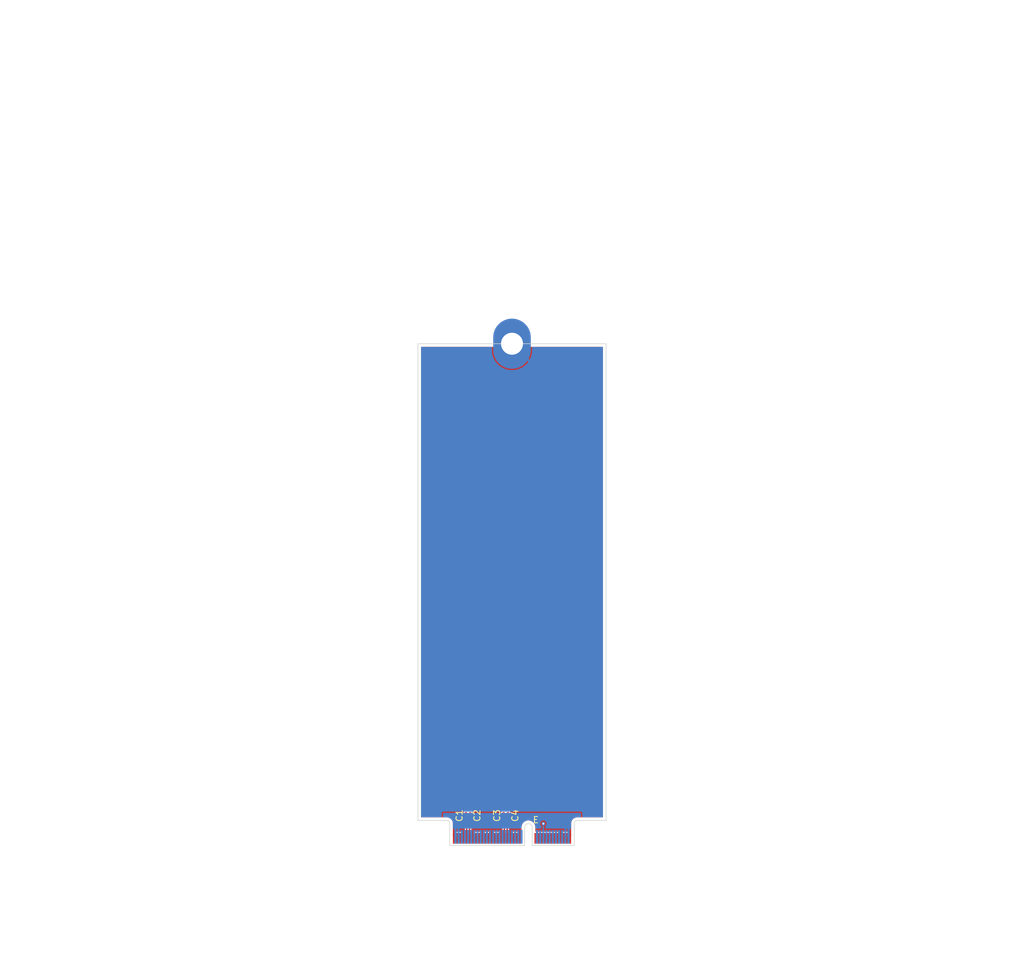
<source format=kicad_pcb>
(kicad_pcb (version 20241229) (generator "pcbnew") (generator_version "9.0")
  (layers (0 "F.Cu" signal) (2 "B.Cu" signal) (13 "F.Paste" user) (15 "B.Paste" user) (5 "F.SilkS" user "F.Silkscreen") (7 "B.SilkS" user "B.Silkscreen") (1 "F.Mask" user) (3 "B.Mask" user) (25 "Edge.Cuts" user))
  (net 0 "")
  (net 1 "/M.2 E Key/PET1P")
  (net 2 "/M.2 E Key/PET1N")
  (net 3 "/M.2 E Key/PET0P")
  (net 4 "/M.2 E Key/PET0N")
  (net 5 "GND")
  (net 6 "+3.3V")
  (net 7 "/USB_D+")
  (net 8 "/USB_D-")
  (net 9 "/LED#1")
  (net 10 "/I2S_SCK")
  (net 11 "/SDIO_CLK")
  (net 12 "/I2S_WS")
  (net 13 "/SDIO_CMD")
  (net 14 "/I2S_SD_OUT")
  (net 15 "/SDIO_DATA0")
  (net 16 "/I2S_SD_IN")
  (net 17 "/SDIO_DATA3")
  (net 18 "/LED#2")
  (net 19 "/SDIO_DATA2")
  (net 20 "/SDIO_DATA1")
  (net 21 "/UART_WAKE#")
  (net 22 "/SDIO__WAKE#")
  (net 23 "/UART_TXD")
  (net 24 "/SDIO_RESET#")
  (net 25 "/UART_RXD")
  (net 26 "/UARD_RTS")
  (net 27 "/PER0-")
  (net 28 "/UART_CTS")
  (net 29 "/PER0+")
  (net 35 "/REFCLK0+")
  (net 37 "/REFCLK0-")
  (net 38 "/SUSCLK")
  (net 39 "/PERST0#")
  (net 40 "/CLKREQ0#")
  (net 41 "/W_DISABLE2#")
  (net 42 "/PEWAKE#")
  (net 43 "/W_DISABLE1#")
  (net 44 "/I2C_DATA")
  (net 45 "/PER1+")
  (net 46 "/I2C_CLK")
  (net 47 "/PER1-")
  (net 48 "/ALERT#")
  (net 50 "/PERST1#")
  (net 51 "/CLKREQ1#")
  (net 52 "/PEWAKE1#")
  (net 53 "/REFCLK1+")
  (net 54 "/REFCLK1-")
  (net 55 "/PET0-")
  (net 56 "/PET1+")
  (net 57 "/PET0+")
  (net 58 "/PET1-")
  (footprint "Capacitor_SMD:C_0201_0603Metric" (layer "F.Cu") (at 100.61 154.01 90)
    (property "Reference" "C2" (at 0 1.09 90) (layer "F.SilkS"))
    (property "Value" "220nF")
    (pad "1" smd roundrect (at -0.32 0 90) (size 0.46 0.4) (layers "F.Cu" "F.Mask") (net 1 "/M.2 E Key/PET1P"))
    (pad "2" smd roundrect (at 0.32 0 90) (size 0.46 0.4) (layers "F.Cu" "F.Mask") (net 56 "/PET1+"))
  )
  (footprint "Athena KiCAd library:M.2 Mounting Pad" (layer "F.Cu") (at 107.26 78.78)
    (property "Reference" "H1")
    (property "Value" "MountingHole_Pad")
    (pad "1" thru_hole circle (at 0 0) (size 5.5 5.5) (drill 3.5) (property pad_prop_castellated) (layers "*.Cu" "*.Mask") (net 5 "GND") (padstack (mode front_inner_back) (layer "Inner" (shape circle) (size 5.5 5.5)) (layer "B.Cu" (shape oval) (size 6 8))))
  )
  (footprint "Capacitor_SMD:C_0201_0603Metric" (layer "F.Cu") (at 105.91 154.01 90)
    (property "Reference" "C3" (at 0 -1.05 90) (layer "F.SilkS"))
    (property "Value" "220nF")
    (pad "1" smd roundrect (at -0.32 0 90) (size 0.46 0.4) (layers "F.Cu" "F.Mask") (net 4 "/M.2 E Key/PET0N"))
    (pad "2" smd roundrect (at 0.32 0 90) (size 0.46 0.4) (layers "F.Cu" "F.Mask") (net 55 "/PET0-"))
  )
  (footprint "PCIexpress:M.2 E Key Connector" (layer "F.Cu") (at 107.26 157.67)
    (property "Reference" "J1")
    (property "Value" "~")
    (fp_line (start -11 -2.89) (end -10.425 -2.89) (stroke (width 0.1)) (layer "Edge.Cuts"))
    (fp_line (start -9.925 -2.39) (end -9.925 1.11) (stroke (width 0.1)) (layer "Edge.Cuts"))
    (fp_line (start 2.02 -1.79) (end 2.02 1.11) (stroke (width 0.1)) (layer "Edge.Cuts"))
    (fp_line (start 2.02 1.11) (end -9.925 1.11) (stroke (width 0.1)) (layer "Edge.Cuts"))
    (fp_line (start 3.22 -1.79) (end 3.22 1.11) (stroke (width 0.1)) (layer "Edge.Cuts"))
    (fp_line (start 3.22 1.11) (end 9.925 1.11) (stroke (width 0.1)) (layer "Edge.Cuts"))
    (fp_line (start 9.925 -2.39) (end 9.925 1.11) (stroke (width 0.1)) (layer "Edge.Cuts"))
    (fp_line (start 10.425 -2.89) (end 11 -2.89) (stroke (width 0.1)) (layer "Edge.Cuts"))
    (fp_arc (start -10.425 -2.89) (mid -10.071447 -2.743553) (end -9.925 -2.39) (stroke (width 0.1)) (layer "Edge.Cuts"))
    (fp_arc (start 2.02 -1.79) (mid 2.62 -2.39) (end 3.22 -1.79) (stroke (width 0.1)) (layer "Edge.Cuts"))
    (fp_arc (start 9.925 -2.39) (mid 10.071447 -2.743553) (end 10.425 -2.89) (stroke (width 0.1)) (layer "Edge.Cuts"))
    (fp_text user "E" (at 3.245 -2.395 0) (layer "F.SilkS") (effects (justify left bottom)))
    (pad "1" smd rect (at 9.25 -0.04 180) (size 0.35 1.7) (layers "F.Cu") (net 5 "GND"))
    (pad "2" smd rect (at 9 -0.29 180) (size 0.35 2.2) (layers "B.Cu") (net 6 "+3.3V"))
    (pad "3" smd rect (at 8.75 -0.04 180) (size 0.35 1.7) (layers "F.Cu") (net 7 "/USB_D+"))
    (pad "4" smd rect (at 8.5 -0.29 180) (size 0.35 2.2) (layers "B.Cu") (net 6 "+3.3V"))
    (pad "5" smd rect (at 8.25 -0.04 180) (size 0.35 1.7) (layers "F.Cu") (net 8 "/USB_D-"))
    (pad "6" smd rect (at 8 -0.29 180) (size 0.35 2.2) (layers "B.Cu") (net 9 "/LED#1"))
    (pad "7" smd rect (at 7.75 -0.04 180) (size 0.35 1.7) (layers "F.Cu") (net 5 "GND"))
    (pad "8" smd rect (at 7.5 -0.29 180) (size 0.35 2.2) (layers "B.Cu") (net 10 "/I2S_SCK"))
    (pad "9" smd rect (at 7.25 -0.04 180) (size 0.35 1.7) (layers "F.Cu") (net 11 "/SDIO_CLK"))
    (pad "10" smd rect (at 7 -0.29 180) (size 0.35 2.2) (layers "B.Cu") (net 12 "/I2S_WS"))
    (pad "11" smd rect (at 6.75 -0.04 180) (size 0.35 1.7) (layers "F.Cu") (net 13 "/SDIO_CMD"))
    (pad "12" smd rect (at 6.5 -0.29 180) (size 0.35 2.2) (layers "B.Cu") (net 14 "/I2S_SD_OUT"))
    (pad "13" smd rect (at 6.25 -0.04 180) (size 0.35 1.7) (layers "F.Cu") (net 15 "/SDIO_DATA0"))
    (pad "14" smd rect (at 6 -0.29 180) (size 0.35 2.2) (layers "B.Cu") (net 16 "/I2S_SD_IN"))
    (pad "15" smd rect (at 5.75 -0.04 180) (size 0.35 1.7) (layers "F.Cu") (net 17 "/SDIO_DATA3"))
    (pad "16" smd rect (at 5.5 -0.29 180) (size 0.35 2.2) (layers "B.Cu") (net 18 "/LED#2"))
    (pad "17" smd rect (at 5.25 -0.04 180) (size 0.35 1.7) (layers "F.Cu") (net 19 "/SDIO_DATA2"))
    (pad "18" smd rect (at 5 -0.29 180) (size 0.35 2.2) (layers "B.Cu") (net 5 "GND"))
    (pad "19" smd rect (at 4.75 -0.04 180) (size 0.35 1.7) (layers "F.Cu") (net 20 "/SDIO_DATA1"))
    (pad "20" smd rect (at 4.5 -0.29 180) (size 0.35 2.2) (layers "B.Cu") (net 21 "/UART_WAKE#"))
    (pad "21" smd rect (at 4.25 -0.04 180) (size 0.35 1.7) (layers "F.Cu") (net 22 "/SDIO__WAKE#"))
    (pad "22" smd rect (at 4 -0.29 180) (size 0.35 2.2) (layers "B.Cu") (net 23 "/UART_TXD"))
    (pad "23" smd rect (at 3.75 -0.04 180) (size 0.35 1.7) (layers "F.Cu") (net 24 "/SDIO_RESET#"))
    (pad "32" smd rect (at 1.5 -0.29 180) (size 0.35 2.2) (layers "B.Cu") (net 25 "/UART_RXD"))
    (pad "33" smd rect (at 1.25 -0.04 180) (size 0.35 1.7) (layers "F.Cu") (net 5 "GND"))
    (pad "34" smd rect (at 1 -0.29 180) (size 0.35 2.2) (layers "B.Cu") (net 26 "/UARD_RTS"))
    (pad "35" smd rect (at 0.75 -0.04 180) (size 0.35 1.7) (layers "F.Cu") (net 27 "/PER0-"))
    (pad "36" smd rect (at 0.5 -0.29 180) (size 0.35 2.2) (layers "B.Cu") (net 28 "/UART_CTS"))
    (pad "37" smd rect (at 0.25 -0.04 180) (size 0.35 1.7) (layers "F.Cu") (net 29 "/PER0+"))
    (pad "38" smd rect (at 0 -0.29 180) (size 0.35 2.2) (layers "B.Cu"))
    (pad "39" smd rect (at -0.25 -0.04 180) (size 0.35 1.7) (layers "F.Cu") (net 5 "GND"))
    (pad "40" smd rect (at -0.5 -0.29 180) (size 0.35 2.2) (layers "B.Cu"))
    (pad "41" smd rect (at -0.75 -0.04 180) (size 0.35 1.7) (layers "F.Cu") (net 3 "/M.2 E Key/PET0P"))
    (pad "42" smd rect (at -1 -0.29 180) (size 0.35 2.2) (layers "B.Cu"))
    (pad "43" smd rect (at -1.25 -0.04 180) (size 0.35 1.7) (layers "F.Cu") (net 4 "/M.2 E Key/PET0N"))
    (pad "44" smd rect (at -1.5 -0.29 180) (size 0.35 2.2) (layers "B.Cu"))
    (pad "45" smd rect (at -1.75 -0.04 180) (size 0.35 1.7) (layers "F.Cu") (net 5 "GND"))
    (pad "46" smd rect (at -2 -0.29 180) (size 0.35 2.2) (layers "B.Cu"))
    (pad "47" smd rect (at -2.25 -0.04 180) (size 0.35 1.7) (layers "F.Cu") (net 35 "/REFCLK0+"))
    (pad "48" smd rect (at -2.5 -0.29 180) (size 0.35 2.2) (layers "B.Cu"))
    (pad "49" smd rect (at -2.75 -0.04 180) (size 0.35 1.7) (layers "F.Cu") (net 37 "/REFCLK0-"))
    (pad "50" smd rect (at -3 -0.29 180) (size 0.35 2.2) (layers "B.Cu") (net 38 "/SUSCLK"))
    (pad "51" smd rect (at -3.25 -0.04 180) (size 0.35 1.7) (layers "F.Cu") (net 5 "GND"))
    (pad "52" smd rect (at -3.5 -0.29 180) (size 0.35 2.2) (layers "B.Cu") (net 39 "/PERST0#"))
    (pad "53" smd rect (at -3.75 -0.04 180) (size 0.35 1.7) (layers "F.Cu") (net 40 "/CLKREQ0#"))
    (pad "54" smd rect (at -4 -0.29 180) (size 0.35 2.2) (layers "B.Cu") (net 41 "/W_DISABLE2#"))
    (pad "55" smd rect (at -4.25 -0.04 180) (size 0.35 1.7) (layers "F.Cu") (net 42 "/PEWAKE#"))
    (pad "56" smd rect (at -4.5 -0.29 180) (size 0.35 2.2) (layers "B.Cu") (net 43 "/W_DISABLE1#"))
    (pad "57" smd rect (at -4.75 -0.04 180) (size 0.35 1.7) (layers "F.Cu") (net 5 "GND"))
    (pad "58" smd rect (at -5 -0.29 180) (size 0.35 2.2) (layers "B.Cu") (net 44 "/I2C_DATA"))
    (pad "59" smd rect (at -5.25 -0.04 180) (size 0.35 1.7) (layers "F.Cu") (net 45 "/PER1+"))
    (pad "60" smd rect (at -5.5 -0.29 180) (size 0.35 2.2) (layers "B.Cu") (net 46 "/I2C_CLK"))
    (pad "61" smd rect (at -5.75 -0.04 180) (size 0.35 1.7) (layers "F.Cu") (net 47 "/PER1-"))
    (pad "62" smd rect (at -6 -0.29 180) (size 0.35 2.2) (layers "B.Cu") (net 48 "/ALERT#"))
    (pad "63" smd rect (at -6.25 -0.04 180) (size 0.35 1.7) (layers "F.Cu") (net 5 "GND"))
    (pad "64" smd rect (at -6.5 -0.29 180) (size 0.35 2.2) (layers "B.Cu"))
    (pad "65" smd rect (at -6.75 -0.04 180) (size 0.35 1.7) (layers "F.Cu") (net 1 "/M.2 E Key/PET1P"))
    (pad "66" smd rect (at -7 -0.29 180) (size 0.35 2.2) (layers "B.Cu") (net 50 "/PERST1#"))
    (pad "67" smd rect (at -7.25 -0.04 180) (size 0.35 1.7) (layers "F.Cu") (net 2 "/M.2 E Key/PET1N"))
    (pad "68" smd rect (at -7.5 -0.29 180) (size 0.35 2.2) (layers "B.Cu") (net 51 "/CLKREQ1#"))
    (pad "69" smd rect (at -7.75 -0.04 180) (size 0.35 1.7) (layers "F.Cu") (net 5 "GND"))
    (pad "70" smd rect (at -8 -0.29 180) (size 0.35 2.2) (layers "B.Cu") (net 52 "/PEWAKE1#"))
    (pad "71" smd rect (at -8.25 -0.04 180) (size 0.35 1.7) (layers "F.Cu") (net 53 "/REFCLK1+"))
    (pad "72" smd rect (at -8.5 -0.29 180) (size 0.35 2.2) (layers "B.Cu") (net 6 "+3.3V"))
    (pad "73" smd rect (at -8.75 -0.04 180) (size 0.35 1.7) (layers "F.Cu") (net 54 "/REFCLK1-"))
    (pad "74" smd rect (at -9 -0.29 180) (size 0.35 2.2) (layers "B.Cu") (net 6 "+3.3V"))
    (pad "75" smd rect (at -9.25 -0.04 180) (size 0.35 1.7) (layers "F.Cu") (net 5 "GND"))
  )
  (footprint "Capacitor_SMD:C_0201_0603Metric" (layer "F.Cu") (at 106.61 154.01 90)
    (property "Reference" "C4" (at 0 1.14 90) (layer "F.SilkS"))
    (property "Value" "220nF")
    (pad "1" smd roundrect (at -0.32 0 90) (size 0.46 0.4) (layers "F.Cu" "F.Mask") (net 3 "/M.2 E Key/PET0P"))
    (pad "2" smd roundrect (at 0.32 0 90) (size 0.46 0.4) (layers "F.Cu" "F.Mask") (net 57 "/PET0+"))
  )
  (footprint "Capacitor_SMD:C_0201_0603Metric" (layer "F.Cu") (at 99.91 154.01 90)
    (property "Reference" "C1" (at 0 -1.05 90) (layer "F.SilkS"))
    (property "Value" "220nF")
    (pad "1" smd roundrect (at -0.32 0 90) (size 0.46 0.4) (layers "F.Cu" "F.Mask") (net 2 "/M.2 E Key/PET1N"))
    (pad "2" smd roundrect (at 0.32 0 90) (size 0.46 0.4) (layers "F.Cu" "F.Mask") (net 58 "/PET1-"))
  )
  (gr_line (start 96.26 154.78) (end 92.26 154.78) (stroke (width 0.1)) (layer "Edge.Cuts"))
  (gr_line (start 122.26 154.78) (end 122.26 78.78) (stroke (width 0.1)) (layer "Edge.Cuts"))
  (gr_line (start 118.26 154.78) (end 122.26 154.78) (stroke (width 0.1)) (layer "Edge.Cuts"))
  (gr_line (start 122.26 78.78) (end 92.26 78.78) (stroke (width 0.1)) (layer "Edge.Cuts"))
  (gr_line (start 92.26 78.78) (end 92.26 154.78) (stroke (width 0.1)) (layer "Edge.Cuts"))
  (segment (start 100.485 156.329999) (end 100.485 154.800001) (width 0.2) (layer "F.Cu") (net 1))
  (segment (start 100.61 154.675001) (end 100.61 154.33) (width 0.2) (layer "F.Cu") (net 1))
  (segment (start 100.51 157.63) (end 100.51 156.354999) (width 0.2) (layer "F.Cu") (net 1))
  (segment (start 100.485 154.800001) (end 100.61 154.675001) (width 0.2) (layer "F.Cu") (net 1))
  (segment (start 100.51 156.354999) (end 100.485 156.329999) (width 0.2) (layer "F.Cu") (net 1))
  (segment (start 99.91 154.675001) (end 99.91 154.33) (width 0.2) (layer "F.Cu") (net 2))
  (segment (start 100.01 156.354999) (end 100.035 156.329999) (width 0.2) (layer "F.Cu") (net 2))
  (segment (start 100.035 154.800001) (end 99.91 154.675001) (width 0.2) (layer "F.Cu") (net 2))
  (segment (start 100.035 156.329999) (end 100.035 154.800001) (width 0.2) (layer "F.Cu") (net 2))
  (segment (start 100.01 157.63) (end 100.01 156.354999) (width 0.2) (layer "F.Cu") (net 2))
  (segment (start 106.485 156.329999) (end 106.485 154.800001) (width 0.2) (layer "F.Cu") (net 3))
  (segment (start 106.61 154.675001) (end 106.61 154.33) (width 0.2) (layer "F.Cu") (net 3))
  (segment (start 106.51 156.354999) (end 106.485 156.329999) (width 0.2) (layer "F.Cu") (net 3))
  (segment (start 106.485 154.800001) (end 106.61 154.675001) (width 0.2) (layer "F.Cu") (net 3))
  (segment (start 106.51 157.63) (end 106.51 156.354999) (width 0.2) (layer "F.Cu") (net 3))
  (segment (start 106.01 157.63) (end 106.01 156.354999) (width 0.2) (layer "F.Cu") (net 4))
  (segment (start 106.035 154.800001) (end 105.91 154.675001) (width 0.2) (layer "F.Cu") (net 4))
  (segment (start 106.035 156.329999) (end 106.035 154.800001) (width 0.2) (layer "F.Cu") (net 4))
  (segment (start 105.91 154.675001) (end 105.91 154.33) (width 0.2) (layer "F.Cu") (net 4))
  (segment (start 106.01 156.354999) (end 106.035 156.329999) (width 0.2) (layer "F.Cu") (net 4))
  (via (at 112.26 155.29) (size 0.6) (drill 0.3) (layers "F.Cu" "B.Cu") (net 5))
  (segment (start 112.26 155.29) (end 112.26 157.38) (width 0.2) (layer "B.Cu") (net 5))
  (zone (net 5) (net_name "GND") (layers "F.Cu" "B.Cu") (connect_pads (clearance 0.2)) (min_thickness 0.15) (fill yes (thermal_gap 0.2) (thermal_bridge_width 0.35))
    (polygon (pts (xy 92.26 157.31) (xy 92.26 48.78) (xy 122.26 48.78) (xy 122.26 157.31)))
  )
  (zone (net 6) (net_name "+3.3V") (layer "B.Cu") (priority 1) (connect_pads (clearance 0.2)) (min_thickness 0.15) (fill yes (thermal_gap 0.2) (thermal_bridge_width 0.35))
    (polygon (pts (xy 118.26 157.31) (xy 118.26 153.58) (xy 96.26 153.58) (xy 96.26 157.31)))
  )
)
</source>
